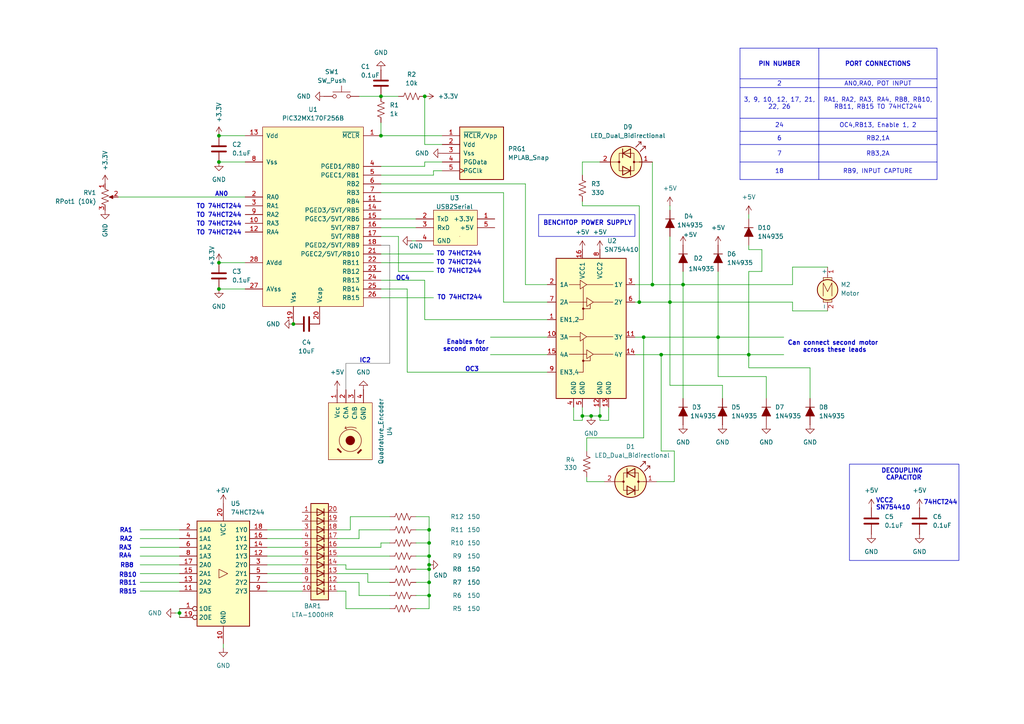
<source format=kicad_sch>
(kicad_sch (version 20250114) (generator "eeschema") (generator_version "9.0")
  (paper "A4")
  (title_block (title "ME218B lab 6 prelab ") (date "2026-01-19") (rev "1") (company "Stanford") (comment 1 "Drafted : karthi24 "))
  (lib_symbols
    (symbol "74xx:74HCT244"
      (property "Reference" "U" (at -7.62 16.51 0))
      (property "Value" "74HCT244" (at -7.62 -16.51 0))
      (symbol "74HCT244_1_0"
        (polyline (pts (xy 1.27 0) (xy -1.27 1.27) (xy -1.27 -1.27) (xy 1.27 0)) (stroke (width 0.1524)))
        (pin input line (at -12.7 12.7 0) (length 5.08) (name "1A0") (number "2"))
        (pin input line (at -12.7 10.16 0) (length 5.08) (name "1A1") (number "4"))
        (pin input line (at -12.7 7.62 0) (length 5.08) (name "1A2") (number "6"))
        (pin input line (at -12.7 5.08 0) (length 5.08) (name "1A3") (number "8"))
        (pin input line (at -12.7 2.54 0) (length 5.08) (name "2A0") (number "17"))
        (pin input line (at -12.7 0 0) (length 5.08) (name "2A1") (number "15"))
        (pin input line (at -12.7 -2.54 0) (length 5.08) (name "2A2") (number "13"))
        (pin input line (at -12.7 -5.08 0) (length 5.08) (name "2A3") (number "11"))
        (pin input inverted (at -12.7 -10.16 0) (length 5.08) (name "1OE") (number "1"))
        (pin input inverted (at -12.7 -12.7 0) (length 5.08) (name "2OE") (number "19"))
        (pin power_in line (at 0 20.32 270) (length 5.08) (name "VCC") (number "20"))
        (pin power_in line (at 0 -20.32 90) (length 5.08) (name "GND") (number "10"))
        (pin tri_state line (at 12.7 12.7 180) (length 5.08) (name "1Y0") (number "18"))
        (pin tri_state line (at 12.7 10.16 180) (length 5.08) (name "1Y1") (number "16"))
        (pin tri_state line (at 12.7 7.62 180) (length 5.08) (name "1Y2") (number "14"))
        (pin tri_state line (at 12.7 5.08 180) (length 5.08) (name "1Y3") (number "12"))
        (pin tri_state line (at 12.7 2.54 180) (length 5.08) (name "2Y0") (number "3"))
        (pin tri_state line (at 12.7 0 180) (length 5.08) (name "2Y1") (number "5"))
        (pin tri_state line (at 12.7 -2.54 180) (length 5.08) (name "2Y2") (number "7"))
        (pin tri_state line (at 12.7 -5.08 180) (length 5.08) (name "2Y3") (number "9"))
      )
      (symbol "74HCT244_1_1"
        (rectangle (start -7.62 15.24) (end 7.62 -15.24) (stroke (width 0.254)) (fill (type background)))
      )
    )
    (symbol "Device:LED_Dual_Bidirectional" (pin_names (offset 0) (hide yes))
      (property "Reference" "D" (at 0 5.715 0))
      (property "Value" "LED_Dual_Bidirectional" (at 0 -6.35 0))
      (symbol "LED_Dual_Bidirectional_0_1"
        (polyline (pts (xy -4.572 0) (xy -2.54 0)))
        (circle (center -2.032 0) (radius 0.254) (fill (type outline)))
        (polyline (pts (xy -2.032 0) (xy -2.54 0)))
        (polyline (pts (xy -1.016 3.81) (xy -1.016 1.27)) (stroke (width 0.254)))
        (polyline (pts (xy -1.016 -1.27) (xy -1.016 -3.81) (xy 1.27 -2.54) (xy -1.016 -1.27)) (stroke (width 0.254)))
        (circle (center 0 0) (radius 4.572) (stroke (width 0.254)) (fill (type background)))
        (polyline (pts (xy 1.27 3.81) (xy 1.27 1.27) (xy -1.016 2.54) (xy 1.27 3.81)) (stroke (width 0.254)))
        (polyline (pts (xy 1.27 -1.27) (xy 1.27 -3.81)) (stroke (width 0.254)))
        (polyline (pts (xy 2.286 2.54) (xy -2.032 2.54) (xy -2.032 -2.54) (xy 2.286 -2.54) (xy 2.286 2.54)))
        (circle (center 2.286 0) (radius 0.254) (fill (type outline)))
        (polyline (pts (xy 2.794 4.318) (xy 4.318 5.842) (xy 3.556 5.842)) (stroke (width 0.2032)))
        (polyline (pts (xy 4.064 3.048) (xy 5.588 4.572) (xy 4.826 4.572)) (stroke (width 0.2032)))
        (polyline (pts (xy 4.064 0) (xy 2.286 0)) (fill (type outline)))
        (polyline (pts (xy 4.318 5.842) (xy 4.318 5.08)) (stroke (width 0.2032)))
        (polyline (pts (xy 5.588 4.572) (xy 5.588 3.81)) (stroke (width 0.2032)))
      )
      (symbol "LED_Dual_Bidirectional_1_1"
        (pin input line (at -7.62 0 0) (length 3.048) (name "AK") (number "2"))
        (pin input line (at 7.62 0 180) (length 3.81) (name "KA") (number "1"))
      )
    )
    (symbol "LED:HDSP-4830_2" (pin_names (offset 1.016) (hide yes))
      (property "Reference" "BAR" (at 0 15.24 0))
      (property "Value" "HDSP-4830_2" (at 0 -17.78 0))
      (symbol "HDSP-4830_2_0_1"
        (rectangle (start -2.54 12.7) (end 2.54 -15.24) (stroke (width 0.254)) (fill (type background)))
        (polyline (pts (xy -2.54 10.16) (xy 2.54 10.16)))
        (polyline (pts (xy -2.54 7.62) (xy 2.54 7.62)))
        (polyline (pts (xy -2.54 5.08) (xy 2.54 5.08)))
        (polyline (pts (xy -2.54 0) (xy 2.54 0)))
        (polyline (pts (xy -2.54 -5.08) (xy 2.54 -5.08)))
        (polyline (pts (xy -2.54 -7.62) (xy 2.54 -7.62)))
        (polyline (pts (xy -2.54 -10.16) (xy 2.54 -10.16)))
        (polyline (pts (xy -2.54 -12.7) (xy 2.54 -12.7)))
        (polyline (pts (xy -0.762 11.176) (xy -0.762 9.144) (xy 1.27 10.16) (xy -0.762 11.176)) (stroke (width 0.254)))
        (polyline (pts (xy -0.762 8.636) (xy -0.762 6.604) (xy 1.27 7.62) (xy -0.762 8.636)) (stroke (width 0.254)))
        (polyline (pts (xy -0.762 6.096) (xy -0.762 4.064) (xy 1.27 5.08) (xy -0.762 6.096)) (stroke (width 0.254)))
        (polyline (pts (xy -0.762 3.556) (xy -0.762 1.524) (xy 1.27 2.54) (xy -0.762 3.556)) (stroke (width 0.254)))
        (polyline (pts (xy -0.762 1.016) (xy -0.762 -1.016) (xy 1.27 0) (xy -0.762 1.016)) (stroke (width 0.254)))
        (polyline (pts (xy -0.762 -1.524) (xy -0.762 -3.556) (xy 1.27 -2.54) (xy -0.762 -1.524)) (stroke (width 0.254)))
        (polyline (pts (xy -0.762 -4.064) (xy -0.762 -6.096) (xy 1.27 -5.08) (xy -0.762 -4.064)) (stroke (width 0.254)))
        (polyline (pts (xy -0.762 -6.604) (xy -0.762 -8.636) (xy 1.27 -7.62) (xy -0.762 -6.604)) (stroke (width 0.254)))
        (polyline (pts (xy -0.762 -9.144) (xy -0.762 -11.176) (xy 1.27 -10.16) (xy -0.762 -9.144)) (stroke (width 0.254)))
        (polyline (pts (xy -0.762 -11.684) (xy -0.762 -13.716) (xy 1.27 -12.7) (xy -0.762 -11.684)) (stroke (width 0.254)))
        (polyline (pts (xy 1.27 11.176) (xy 1.27 9.144)) (stroke (width 0.254)))
        (polyline (pts (xy 1.27 8.636) (xy 1.27 6.604)) (stroke (width 0.254)))
        (polyline (pts (xy 1.27 6.096) (xy 1.27 4.064)) (stroke (width 0.254)))
        (polyline (pts (xy 1.27 3.556) (xy 1.27 1.524)) (stroke (width 0.254)))
        (polyline (pts (xy 1.27 1.016) (xy 1.27 -1.016)) (stroke (width 0.254)))
        (polyline (pts (xy 1.27 -1.524) (xy 1.27 -3.556)) (stroke (width 0.254)))
        (polyline (pts (xy 1.27 -4.064) (xy 1.27 -6.096)) (stroke (width 0.254)))
        (polyline (pts (xy 1.27 -6.604) (xy 1.27 -8.636)) (stroke (width 0.254)))
        (polyline (pts (xy 1.27 -9.144) (xy 1.27 -11.176)) (stroke (width 0.254)))
        (polyline (pts (xy 1.27 -11.684) (xy 1.27 -13.716)) (stroke (width 0.254)))
        (polyline (pts (xy 2.54 2.54) (xy -2.54 2.54)))
        (polyline (pts (xy 2.54 -2.54) (xy -2.54 -2.54)))
      )
      (symbol "HDSP-4830_2_1_1"
        (pin passive line (at -5.08 10.16 0) (length 2.54) (name "A") (number "1"))
        (pin passive line (at -5.08 7.62 0) (length 2.54) (name "A") (number "2"))
        (pin passive line (at -5.08 5.08 0) (length 2.54) (name "A") (number "3"))
        (pin passive line (at -5.08 2.54 0) (length 2.54) (name "A") (number "4"))
        (pin passive line (at -5.08 0 0) (length 2.54) (name "A") (number "5"))
        (pin passive line (at -5.08 -2.54 0) (length 2.54) (name "A") (number "6"))
        (pin passive line (at -5.08 -5.08 0) (length 2.54) (name "A") (number "7"))
        (pin passive line (at -5.08 -7.62 0) (length 2.54) (name "A") (number "8"))
        (pin passive line (at -5.08 -10.16 0) (length 2.54) (name "A") (number "9"))
        (pin passive line (at -5.08 -12.7 0) (length 2.54) (name "A") (number "10"))
        (pin passive line (at 5.08 10.16 180) (length 2.54) (name "K") (number "20"))
        (pin passive line (at 5.08 7.62 180) (length 2.54) (name "K") (number "19"))
        (pin passive line (at 5.08 5.08 180) (length 2.54) (name "K") (number "18"))
        (pin passive line (at 5.08 2.54 180) (length 2.54) (name "K") (number "17"))
        (pin passive line (at 5.08 0 180) (length 2.54) (name "K") (number "16"))
        (pin passive line (at 5.08 -2.54 180) (length 2.54) (name "K") (number "15"))
        (pin passive line (at 5.08 -5.08 180) (length 2.54) (name "K") (number "14"))
        (pin passive line (at 5.08 -7.62 180) (length 2.54) (name "K") (number "13"))
        (pin passive line (at 5.08 -10.16 180) (length 2.54) (name "K") (number "12"))
        (pin passive line (at 5.08 -12.7 180) (length 2.54) (name "K") (number "11"))
      )
    )
    (symbol "me218_library:Cap" (pin_numbers (hide yes)) (pin_names (offset 0.254))
      (property "Reference" "C" (at 0.635 2.54 0))
      (property "Value" "Cap" (at 0.635 -2.54 0))
      (symbol "Cap_0_1"
        (polyline (pts (xy -2.032 0.762) (xy 2.032 0.762)) (stroke (width 0.508)))
        (polyline (pts (xy -2.032 -0.762) (xy 2.032 -0.762)) (stroke (width 0.508)))
      )
      (symbol "Cap_1_1"
        (pin passive line (at 0 3.81 270) (length 2.794) (name "~") (number "1"))
        (pin passive line (at 0 -3.81 90) (length 2.794) (name "~") (number "2"))
      )
    )
    (symbol "me218_library:Diode" (pin_numbers (hide yes)) (pin_names (offset 1.016) (hide yes))
      (property "Reference" "D" (at 0 2.54 0))
      (property "Value" "Diode" (at 0 -2.54 0))
      (symbol "Diode_0_1"
        (polyline (pts (xy -1.27 1.27) (xy -1.27 -1.27)) (stroke (width 0.2032)))
        (polyline (pts (xy 1.27 1.27) (xy 1.27 -1.27) (xy -1.27 0) (xy 1.27 1.27)) (stroke (width 0.2032)) (fill (type outline)))
        (polyline (pts (xy 1.27 0) (xy -1.27 0)))
      )
      (symbol "Diode_1_1"
        (pin passive line (at -3.81 0 0) (length 2.54) (name "K") (number "1"))
        (pin passive line (at 3.81 0 180) (length 2.54) (name "A") (number "2"))
      )
    )
    (symbol "me218_library:L293NE" (pin_names (offset 1.016))
      (property "Reference" "U" (at -5.08 26.035 0))
      (property "Value" "L293NE" (at -5.08 24.13 0))
      (symbol "L293NE_0_1"
        (rectangle (start -10.16 22.86) (end 10.16 -17.78) (stroke (width 0.254)) (fill (type background)))
        (polyline (pts (xy -6.35 15.24) (xy -3.175 15.24)))
        (polyline (pts (xy -6.35 10.16) (xy -1.27 10.16)))
        (polyline (pts (xy -6.35 0.127) (xy -3.175 0.127)))
        (polyline (pts (xy -6.35 -4.953) (xy -1.27 -4.953)))
        (polyline (pts (xy -3.175 16.51) (xy -3.175 13.97) (xy -1.27 15.24) (xy -3.175 16.51)))
        (polyline (pts (xy -3.175 1.397) (xy -3.175 -1.143) (xy -1.27 0.127) (xy -3.175 1.397)))
        (polyline (pts (xy -2.286 14.478) (xy -2.286 5.08) (xy -3.556 5.08)))
        (circle (center -2.286 8.255) (radius 0.254) (fill (type outline)))
        (polyline (pts (xy -2.286 8.255) (xy -0.254 8.255) (xy -0.254 9.525)))
        (polyline (pts (xy -2.286 -0.635) (xy -2.286 -10.16) (xy -3.556 -10.16)))
        (circle (center -2.286 -6.858) (radius 0.254) (fill (type outline)))
        (polyline (pts (xy -2.286 -6.858) (xy -0.254 -6.858) (xy -0.254 -5.588)))
        (polyline (pts (xy -1.27 15.24) (xy 6.35 15.24)))
        (polyline (pts (xy -1.27 11.43) (xy -1.27 8.89) (xy 0.635 10.16) (xy -1.27 11.43)))
        (polyline (pts (xy -1.27 0.127) (xy 6.35 0.127)))
        (polyline (pts (xy -1.27 -3.683) (xy -1.27 -6.223) (xy 0.635 -4.953) (xy -1.27 -3.683)))
        (polyline (pts (xy 0.635 10.16) (xy 6.35 10.16)))
        (polyline (pts (xy 0.635 -4.953) (xy 6.35 -4.953)))
      )
      (symbol "L293NE_1_1"
        (pin input line (at -12.7 15.24 0) (length 2.54) (name "1A") (number "2"))
        (pin input line (at -12.7 10.16 0) (length 2.54) (name "2A") (number "7"))
        (pin input line (at -12.7 5.08 0) (length 2.54) (name "EN1,2") (number "1"))
        (pin input line (at -12.7 0 0) (length 2.54) (name "3A") (number "10"))
        (pin input line (at -12.7 -5.08 0) (length 2.54) (name "4A") (number "15"))
        (pin input line (at -12.7 -10.16 0) (length 2.54) (name "EN3,4") (number "9"))
        (pin power_in line (at -5.08 -20.32 90) (length 2.54) (name "GND") (number "4"))
        (pin power_in line (at -2.54 25.4 270) (length 2.54) (name "VCC1") (number "16"))
        (pin power_in line (at -2.54 -20.32 90) (length 2.54) (name "GND") (number "5"))
        (pin power_in line (at 2.54 25.4 270) (length 2.54) (name "VCC2") (number "8"))
        (pin power_in line (at 2.54 -20.32 90) (length 2.54) (name "GND") (number "12"))
        (pin power_in line (at 5.08 -20.32 90) (length 2.54) (name "GND") (number "13"))
        (pin output line (at 12.7 15.24 180) (length 2.54) (name "1Y") (number "3"))
        (pin output line (at 12.7 10.16 180) (length 2.54) (name "2Y") (number "6"))
        (pin output line (at 12.7 0 180) (length 2.54) (name "3Y") (number "11"))
        (pin output line (at 12.7 -5.08 180) (length 2.54) (name "4Y") (number "14"))
      )
    )
    (symbol "me218_library:MPLAB_Snap" (pin_names (offset 1.016))
      (property "Reference" "PRG" (at 0 8.89 0))
      (property "Value" "MPLAB_Snap" (at 8.89 1.27 90))
      (symbol "MPLAB_Snap_0_1"
        (rectangle (start -6.35 7.62) (end 6.35 -7.62) (stroke (width 0.254)) (fill (type background)))
      )
      (symbol "MPLAB_Snap_1_1"
        (pin output line (at -11.43 5.08 0) (length 5.08) (name "~{MCLR}/Vpp") (number "1"))
        (pin input line (at -11.43 2.54 0) (length 5.08) (name "Vdd") (number "2"))
        (pin input line (at -11.43 0 0) (length 5.08) (name "Vss") (number "3"))
        (pin bidirectional line (at -11.43 -2.54 0) (length 5.08) (name "PGData") (number "4"))
        (pin output clock (at -11.43 -5.08 0) (length 5.08) (name "PGClk") (number "5"))
        (pin no_connect line (at -2.54 -11.43 0) (length 5.08) (hide yes) (name "NC") (number "6"))
        (pin no_connect line (at -2.54 -13.97 0) (length 5.08) (hide yes) (name "NC") (number "7"))
        (pin no_connect line (at -2.54 -16.51 0) (length 5.08) (hide yes) (name "NC") (number "8"))
      )
    )
    (symbol "me218_library:Motor" (pin_names (offset 0))
      (property "Reference" "M" (at 2.54 2.54 0))
      (property "Value" "Motor" (at 2.54 -5.08 0))
      (symbol "Motor_0_0"
        (polyline (pts (xy -1.27 1.27) (xy -1.27 2.032) (xy 1.27 2.032) (xy 1.27 1.27)) (fill (type background)))
        (polyline (pts (xy -1.27 -3.302) (xy -1.27 0.508) (xy 0 -2.032) (xy 1.27 0.508) (xy 1.27 -3.302)))
        (polyline (pts (xy -1.27 -4.318) (xy -1.27 -5.08) (xy 1.27 -5.08) (xy 1.27 -4.318)) (fill (type background)))
        (circle (center 0 -1.524) (radius 2.9718) (stroke (width 0.254)) (fill (type background)))
      )
      (symbol "Motor_0_1"
        (polyline (pts (xy 0 2.032) (xy 0 2.54)))
      )
      (symbol "Motor_1_1"
        (pin passive line (at 0 5.08 270) (length 2.54) (name "+") (number "1"))
        (pin passive line (at 0 -7.62 90) (length 2.54) (name "-") (number "2"))
      )
    )
    (symbol "me218_library:PIC32MX170F256B" (pin_names (offset 1.016))
      (property "Reference" "U" (at -20.32 25.4 0))
      (property "Value" "PIC32MX170F256B" (at -7.62 25.4 0))
      (symbol "PIC32MX170F256B_0_1"
        (rectangle (start -21.59 24.13) (end 7.62 -27.94) (fill (type background)))
      )
      (symbol "PIC32MX170F256B_1_1"
        (pin power_in line (at -26.67 21.59 0) (length 5.08) (name "Vdd") (number "13"))
        (pin power_in line (at -26.67 13.97 0) (length 5.08) (name "Vss") (number "8"))
        (pin bidirectional line (at -26.67 3.81 0) (length 5.08) (name "RA0") (number "2"))
        (pin bidirectional line (at -26.67 1.27 0) (length 5.08) (name "RA1") (number "3"))
        (pin bidirectional line (at -26.67 -1.27 0) (length 5.08) (name "RA2") (number "9"))
        (pin bidirectional line (at -26.67 -3.81 0) (length 5.08) (name "RA3") (number "10"))
        (pin bidirectional line (at -26.67 -6.35 0) (length 5.08) (name "RA4") (number "12"))
        (pin power_in line (at -26.67 -15.24 0) (length 5.08) (name "AVdd") (number "28"))
        (pin power_in line (at -26.67 -22.86 0) (length 5.08) (name "AVss") (number "27"))
        (pin power_in line (at -12.7 -33.02 90) (length 5.08) (name "Vss") (number "19"))
        (pin input line (at -5.08 -33.02 90) (length 5.08) (name "Vcap") (number "20"))
        (pin input line (at 12.7 21.59 180) (length 5.08) (name "~{MCLR}") (number "1"))
        (pin bidirectional line (at 12.7 12.7 180) (length 5.08) (name "PGED1/RB0") (number "4"))
        (pin bidirectional line (at 12.7 10.16 180) (length 5.08) (name "PGEC1/RB1") (number "5"))
        (pin bidirectional line (at 12.7 7.62 180) (length 5.08) (name "RB2") (number "6"))
        (pin bidirectional line (at 12.7 5.08 180) (length 5.08) (name "RB3") (number "7"))
        (pin bidirectional line (at 12.7 2.54 180) (length 5.08) (name "RB4") (number "11"))
        (pin bidirectional line (at 12.7 0 180) (length 5.08) (name "PGED3/5VT/RB5") (number "14"))
        (pin bidirectional line (at 12.7 -2.54 180) (length 5.08) (name "PGEC3/5VT/RB6") (number "15"))
        (pin bidirectional line (at 12.7 -5.08 180) (length 5.08) (name "5VT/RB7") (number "16"))
        (pin bidirectional line (at 12.7 -7.62 180) (length 5.08) (name "5VT/RB8") (number "17"))
        (pin bidirectional line (at 12.7 -10.16 180) (length 5.08) (name "PGED2/5VT/RB9") (number "18"))
        (pin bidirectional line (at 12.7 -12.7 180) (length 5.08) (name "PGEC2/5VT/RB10") (number "21"))
        (pin bidirectional line (at 12.7 -15.24 180) (length 5.08) (name "RB11") (number "22"))
        (pin bidirectional line (at 12.7 -17.78 180) (length 5.08) (name "RB12") (number "23"))
        (pin bidirectional line (at 12.7 -20.32 180) (length 5.08) (name "RB13") (number "24"))
        (pin bidirectional line (at 12.7 -22.86 180) (length 5.08) (name "RB14") (number "25"))
        (pin bidirectional line (at 12.7 -25.4 180) (length 5.08) (name "RB15") (number "26"))
      )
    )
    (symbol "me218_library:Quadrature_Encoder" (pin_names (offset 1.016))
      (property "Reference" "U" (at 0 20.32 0))
      (property "Value" "Quadrature_Encoder" (at 2.54 17.78 0))
      (symbol "Quadrature_Encoder_0_1"
        (rectangle (start -3.81 6.35) (end 12.7 -6.35) (fill (type background)))
        (polyline (pts (xy 3.556 1.524) (xy 3.048 1.27)))
        (polyline (pts (xy 3.556 1.524) (xy 3.81 1.016)))
        (circle (center 7.112 0) (radius 1.27) (fill (type outline)))
        (circle (center 7.112 0) (radius 3.2004))
        (arc (start 3.556 -1.778) (mid 3.2334 -0.127) (end 3.556 1.524))
        (polyline (pts (xy 9.398 3.556) (xy 10.414 2.54) (xy 10.668 2.794) (xy 9.652 3.81) (xy 9.398 3.556)) (fill (type outline)))
        (polyline (pts (xy 9.652 -3.048) (xy 10.668 -2.032) (xy 10.922 -2.286) (xy 9.906 -3.302) (xy 9.652 -3.048)) (fill (type outline)))
        (rectangle (start 12.7 0) (end 12.7 0))
      )
      (symbol "Quadrature_Encoder_1_1"
        (pin power_in line (at -7.62 3.81 0) (length 3.81) (name "Vcc") (number "1"))
        (pin output line (at -7.62 1.27 0) (length 3.81) (name "ChA") (number "2"))
        (pin output line (at -7.62 -1.27 0) (length 3.81) (name "ChB") (number "3"))
        (pin power_in line (at -7.62 -3.81 0) (length 3.81) (name "GND") (number "4"))
      )
    )
    (symbol "me218_library:RPot1" (pin_names (offset 1.016) (hide yes))
      (property "Reference" "RV" (at -4.445 0 90))
      (property "Value" "RPot1" (at -2.54 0 90))
      (symbol "RPot1_0_1"
        (polyline (pts (xy 0 2.54) (xy 0 2.286)))
        (polyline (pts (xy 0 2.286) (xy 1.016 1.905) (xy 0 1.524) (xy -1.016 1.143) (xy 0 0.762)))
        (polyline (pts (xy 0 0.762) (xy 1.016 0.381) (xy 0 0) (xy -1.016 -0.381) (xy 0 -0.762)))
        (polyline (pts (xy 0 -0.762) (xy 1.016 -1.143) (xy 0 -1.524) (xy -1.016 -1.905) (xy 0 -2.286)))
        (polyline (pts (xy 0 -2.286) (xy 0 -2.54)))
        (polyline (pts (xy 1.143 0) (xy 2.286 0.508) (xy 2.286 -0.508) (xy 1.143 0)) (fill (type outline)))
        (polyline (pts (xy 2.54 0) (xy 1.524 0)))
      )
      (symbol "RPot1_1_1"
        (pin passive line (at 0 3.81 270) (length 1.27) (name "1") (number "1"))
        (pin passive line (at 0 -3.81 90) (length 1.27) (name "3") (number "3"))
        (pin passive line (at 3.81 0 180) (length 1.27) (name "2") (number "2"))
      )
    )
    (symbol "me218_library:Res1" (pin_numbers (hide yes)) (pin_names (offset 0))
      (property "Reference" "R" (at 2.54 0 90))
      (property "Value" "Res1" (at -2.54 0 90))
      (symbol "Res1_0_1"
        (polyline (pts (xy 0 2.286) (xy 0 2.54)))
        (polyline (pts (xy 0 2.286) (xy 1.016 1.905) (xy 0 1.524) (xy -1.016 1.143) (xy 0 0.762)))
        (polyline (pts (xy 0 0.762) (xy 1.016 0.381) (xy 0 0) (xy -1.016 -0.381) (xy 0 -0.762)))
        (polyline (pts (xy 0 -0.762) (xy 1.016 -1.143) (xy 0 -1.524) (xy -1.016 -1.905) (xy 0 -2.286)))
        (polyline (pts (xy 0 -2.286) (xy 0 -2.54)))
      )
      (symbol "Res1_1_1"
        (pin passive line (at 0 3.81 270) (length 1.27) (name "~") (number "1"))
        (pin passive line (at 0 -3.81 90) (length 1.27) (name "~") (number "2"))
      )
    )
    (symbol "me218_library:SW_Push" (pin_numbers (hide yes)) (pin_names (offset 1.016) (hide yes))
      (property "Reference" "SW" (at 1.27 2.54 0))
      (property "Value" "SW_Push" (at 0 -1.524 0))
      (symbol "SW_Push_0_1"
        (circle (center -2.032 0) (radius 0.508))
        (polyline (pts (xy 0 1.27) (xy 0 3.048)))
        (circle (center 2.032 0) (radius 0.508))
        (polyline (pts (xy 2.54 1.27) (xy -2.54 1.27)))
        (pin passive line (at -5.08 0 0) (length 2.54) (name "1") (number "1"))
        (pin passive line (at 5.08 0 180) (length 2.54) (name "2") (number "2"))
      )
    )
    (symbol "me218_library:USB2Serial" (pin_names (offset 1.016))
      (property "Reference" "U" (at 0 5.08 0))
      (property "Value" "USB2Serial" (at 0 -8.89 0))
      (symbol "USB2Serial_0_1"
        (rectangle (start -3.81 2.54) (end 8.89 -7.62) (fill (type background)))
        (rectangle (start 3.81 -5.08) (end 3.81 -5.08))
      )
      (symbol "USB2Serial_1_1"
        (pin output line (at -8.89 0 0) (length 5.08) (name "TxD") (number "2"))
        (pin input line (at -8.89 -2.54 0) (length 5.08) (name "RxD") (number "3"))
        (pin power_in line (at -8.89 -6.35 0) (length 5.08) (name "GND") (number "4"))
        (pin power_out line (at 13.97 0 180) (length 5.08) (name "+3.3V") (number "1"))
        (pin power_out line (at 13.97 -2.54 180) (length 5.08) (name "+5V") (number "5"))
      )
    )
    (symbol "power:+3.3V" (power) (pin_numbers (hide yes)) (pin_names (offset 0) (hide yes))
      (property "Value" "+3.3V" (at 0 3.556 0))
      (symbol "+3.3V_0_1"
        (polyline (pts (xy -0.762 1.27) (xy 0 2.54)))
        (polyline (pts (xy 0 2.54) (xy 0.762 1.27)))
        (polyline (pts (xy 0 0) (xy 0 2.54)))
      )
      (symbol "+3.3V_1_1"
        (pin power_in line (at 0 0 90) (length 0) (name "~") (number "1"))
      )
    )
    (symbol "power:+5V" (power) (pin_numbers (hide yes)) (pin_names (offset 0) (hide yes))
      (property "Value" "+5V" (at 0 3.556 0))
      (symbol "+5V_0_1"
        (polyline (pts (xy -0.762 1.27) (xy 0 2.54)))
        (polyline (pts (xy 0 2.54) (xy 0.762 1.27)))
        (polyline (pts (xy 0 0) (xy 0 2.54)))
      )
      (symbol "+5V_1_1"
        (pin power_in line (at 0 0 90) (length 0) (name "~") (number "1"))
      )
    )
    (symbol "power:GND" (power) (pin_numbers (hide yes)) (pin_names (offset 0) (hide yes))
      (property "Value" "GND" (at 0 -3.81 0))
      (symbol "GND_0_1"
        (polyline (pts (xy 0 0) (xy 0 -1.27) (xy 1.27 -1.27) (xy 0 -2.54) (xy -1.27 -1.27) (xy 0 -1.27)))
      )
      (symbol "GND_1_1"
        (pin power_in line (at 0 0 270) (length 0) (name "~") (number "1"))
      )
    )
  )
  (rectangle (start 246.38 134.62) (end 278.13 162.56))
  (rectangle (start 156.21 62.23) (end 184.15 68.58))
  (text "OC3" (at 136.906 107.188 0) (effects (font (size 1.27 1.27) (thickness 0.254) (bold yes))))
  (text "TO 74HCT244 " (at 133.604 78.74 0) (effects (font (size 1.27 1.27) (thickness 0.254) (bold yes))))
  (text "OC4" (at 116.84 80.772 0) (effects (font (size 1.27 1.27) (thickness 0.254) (bold yes))))
  (text "TO 74HCT244 " (at 64.008 59.944 0) (effects (font (size 1.27 1.27) (thickness 0.254) (bold yes))))
  (text "74HCT244" (at 272.796 145.796 0) (effects (font (size 1.27 1.27) (thickness 0.254) (bold yes))))
  (text "VCC2\nSN754410" (at 254 146.304 0) (effects (font (size 1.27 1.27) (thickness 0.254) (bold yes)) (justify left)))
  (text "RB15" (at 37.084 171.704 0) (effects (font (size 1.27 1.27) (thickness 0.254) (bold yes))))
  (text "RA4" (at 36.322 161.29 0) (effects (font (size 1.27 1.27) (thickness 0.254) (bold yes))))
  (text "TO 74HCT244 " (at 133.604 73.66 0) (effects (font (size 1.27 1.27) (thickness 0.254) (bold yes))))
  (text "TO 74HCT244 " (at 133.604 76.2 0) (effects (font (size 1.27 1.27) (thickness 0.254) (bold yes))))
  (text "RB11" (at 37.084 169.164 0) (effects (font (size 1.27 1.27) (thickness 0.254) (bold yes))))
  (text "BENCHTOP POWER SUPPLY" (at 170.434 64.77 0) (effects (font (size 1.27 1.27) (thickness 0.254) (bold yes))))
  (text "TO 74HCT244 " (at 64.008 67.564 0) (effects (font (size 1.27 1.27) (thickness 0.254) (bold yes))))
  (text "RA2" (at 36.576 156.464 0) (effects (font (size 1.27 1.27) (thickness 0.254) (bold yes))))
  (text "Enables for\nsecond motor" (at 135.128 100.33 0) (effects (font (size 1.27 1.27) (thickness 0.254) (bold yes))))
  (text "Can connect second motor \nacross these leads" (at 242.062 100.584 0) (effects (font (size 1.27 1.27) (thickness 0.254) (bold yes))))
  (text "RB10" (at 37.084 166.878 0) (effects (font (size 1.27 1.27) (thickness 0.254) (bold yes))))
  (text "RA3" (at 36.322 159.004 0) (effects (font (size 1.27 1.27) (thickness 0.254) (bold yes))))
  (text "IC2" (at 105.918 104.648 0) (effects (font (size 1.27 1.27) (thickness 0.254) (bold yes))))
  (text "TO 74HCT244 " (at 64.008 62.484 0) (effects (font (size 1.27 1.27) (thickness 0.254) (bold yes))))
  (text "AN0" (at 64.262 56.388 0) (effects (font (size 1.27 1.27) (thickness 0.254) (bold yes))))
  (text "RB8" (at 36.83 164.084 0) (effects (font (size 1.27 1.27) (thickness 0.254) (bold yes))))
  (text "DECOUPLING \nCAPACITOR" (at 262.128 137.668 0) (effects (font (size 1.27 1.27) (thickness 0.254) (bold yes))))
  (text "TO 74HCT244 " (at 133.858 86.36 0) (effects (font (size 1.27 1.27) (thickness 0.254) (bold yes))))
  (text "TO 74HCT244 " (at 64.008 65.024 0) (effects (font (size 1.27 1.27) (thickness 0.254) (bold yes))))
  (text "RA1\n" (at 36.576 153.924 0) (effects (font (size 1.27 1.27) (thickness 0.254) (bold yes))))
  (junction (at 171.45 120.65))
  (junction (at 194.31 87.63))
  (junction (at 124.46 172.72))
  (junction (at 185.42 87.63))
  (junction (at 52.07 177.8))
  (junction (at 124.46 157.48))
  (junction (at 63.5 83.82))
  (junction (at 217.17 102.87))
  (junction (at 186.69 97.79))
  (junction (at 63.5 39.37))
  (junction (at 168.91 120.65))
  (junction (at 173.99 120.65))
  (junction (at 124.46 153.67))
  (junction (at 123.19 27.94))
  (junction (at 63.5 76.2))
  (junction (at 110.49 27.94))
  (junction (at 198.12 82.55))
  (junction (at 124.46 163.83))
  (junction (at 124.46 168.91))
  (junction (at 208.28 97.79))
  (junction (at 110.49 39.37))
  (junction (at 189.23 82.55))
  (junction (at 85.09 93.98))
  (junction (at 124.46 161.29))
  (junction (at 191.77 102.87))
  (junction (at 124.46 165.1))
  (junction (at 63.5 46.99))
  (wire (pts (xy 170.18 139.7) (xy 170.18 138.43)))
  (wire (pts (xy 166.37 121.92) (xy 166.37 118.11)))
  (wire (pts (xy 110.49 48.26) (xy 123.19 48.26)))
  (wire (pts (xy 124.46 153.67) (xy 124.46 149.86)))
  (wire (pts (xy 110.49 76.2) (xy 125.73 76.2)))
  (wire (pts (xy 64.77 186.69) (xy 64.77 187.96)))
  (wire (pts (xy 110.49 35.56) (xy 110.49 39.37)))
  (wire (pts (xy 123.19 41.91) (xy 128.27 41.91)))
  (wire (pts (xy 97.79 163.83) (xy 100.33 163.83)))
  (wire (pts (xy 63.5 83.82) (xy 71.12 83.82)))
  (wire (pts (xy 104.14 27.94) (xy 110.49 27.94)))
  (wire (pts (xy 123.19 81.28) (xy 123.19 92.71)))
  (wire (pts (xy 110.49 83.82) (xy 118.11 83.82)))
  (wire (pts (xy 185.42 59.69) (xy 168.91 59.69)))
  (wire (pts (xy 97.79 158.75) (xy 110.49 158.75)))
  (wire (pts (xy 110.49 55.88) (xy 146.05 55.88)))
  (wire (pts (xy 97.79 161.29) (xy 113.03 161.29)))
  (wire (pts (xy 229.87 77.47) (xy 240.03 77.47)))
  (wire (pts (xy 229.87 90.17) (xy 229.87 87.63)))
  (wire (pts (xy 52.07 177.8) (xy 52.07 176.53)))
  (wire (pts (xy 110.49 27.94) (xy 115.57 27.94)))
  (wire (pts (xy 110.49 63.5) (xy 120.65 63.5)))
  (wire (pts (xy 185.42 87.63) (xy 185.42 59.69)))
  (wire (pts (xy 100.33 105.41) (xy 113.03 105.41)) (stroke (width 0.0635) (color 0 0 0 1)))
  (wire (pts (xy 194.31 111.76) (xy 209.55 111.76)))
  (wire (pts (xy 194.31 87.63) (xy 229.87 87.63)))
  (wire (pts (xy 110.49 157.48) (xy 113.03 157.48)))
  (wire (pts (xy 124.46 161.29) (xy 124.46 157.48)))
  (wire (pts (xy 110.49 68.58) (xy 115.57 68.58)))
  (wire (pts (xy 120.65 69.85) (xy 119.38 69.85)))
  (wire (pts (xy 40.64 158.75) (xy 52.07 158.75)))
  (wire (pts (xy 227.33 97.79) (xy 208.28 97.79)))
  (wire (pts (xy 189.23 46.99) (xy 189.23 82.55)))
  (wire (pts (xy 146.05 55.88) (xy 146.05 87.63)))
  (wire (pts (xy 191.77 102.87) (xy 191.77 130.81)))
  (wire (pts (xy 101.6 153.67) (xy 101.6 149.86)))
  (wire (pts (xy 120.65 157.48) (xy 124.46 157.48)))
  (wire (pts (xy 194.31 60.96) (xy 194.31 59.69)))
  (wire (pts (xy 104.14 168.91) (xy 97.79 168.91)))
  (wire (pts (xy 194.31 68.58) (xy 194.31 87.63)))
  (wire (pts (xy 152.4 53.34) (xy 152.4 82.55)))
  (wire (pts (xy 198.12 82.55) (xy 229.87 82.55)))
  (wire (pts (xy 106.68 168.91) (xy 106.68 166.37)))
  (wire (pts (xy 40.64 163.83) (xy 52.07 163.83)))
  (wire (pts (xy 118.11 83.82) (xy 118.11 107.95)))
  (wire (pts (xy 234.95 106.68) (xy 217.17 106.68)))
  (wire (pts (xy 124.46 163.83) (xy 124.46 165.1)))
  (wire (pts (xy 123.19 27.94) (xy 123.19 41.91)))
  (wire (pts (xy 110.49 158.75) (xy 110.49 157.48)))
  (wire (pts (xy 100.33 171.45) (xy 97.79 171.45)))
  (wire (pts (xy 120.65 165.1) (xy 124.46 165.1)))
  (wire (pts (xy 40.64 156.21) (xy 52.07 156.21)))
  (wire (pts (xy 170.18 127) (xy 186.69 127)))
  (wire (pts (xy 124.46 157.48) (xy 124.46 153.67)))
  (wire (pts (xy 104.14 153.67) (xy 104.14 156.21)))
  (wire (pts (xy 168.91 46.99) (xy 168.91 50.8)))
  (wire (pts (xy 222.25 115.57) (xy 222.25 109.22)))
  (wire (pts (xy 120.65 168.91) (xy 124.46 168.91)))
  (wire (pts (xy 123.19 46.99) (xy 128.27 46.99)))
  (wire (pts (xy 195.58 130.81) (xy 195.58 139.7)))
  (wire (pts (xy 63.5 39.37) (xy 71.12 39.37)))
  (wire (pts (xy 77.47 158.75) (xy 87.63 158.75)))
  (wire (pts (xy 191.77 130.81) (xy 195.58 130.81)))
  (wire (pts (xy 184.15 97.79) (xy 186.69 97.79)))
  (wire (pts (xy 110.49 73.66) (xy 125.73 73.66)))
  (wire (pts (xy 124.46 149.86) (xy 120.65 149.86)))
  (wire (pts (xy 113.03 71.12) (xy 113.03 105.41)) (stroke (width 0.0635) (color 0 0 0 1)))
  (wire (pts (xy 120.65 176.53) (xy 124.46 176.53)))
  (wire (pts (xy 217.17 72.39) (xy 217.17 71.12)))
  (wire (pts (xy 166.37 121.92) (xy 168.91 121.92)))
  (wire (pts (xy 124.46 165.1) (xy 124.46 168.91)))
  (wire (pts (xy 198.12 78.74) (xy 198.12 82.55)))
  (wire (pts (xy 125.73 50.8) (xy 125.73 49.53)))
  (wire (pts (xy 63.5 76.2) (xy 71.12 76.2)))
  (wire (pts (xy 189.23 82.55) (xy 198.12 82.55)))
  (wire (pts (xy 168.91 46.99) (xy 173.99 46.99)))
  (wire (pts (xy 120.65 161.29) (xy 124.46 161.29)))
  (wire (pts (xy 77.47 161.29) (xy 87.63 161.29)))
  (wire (pts (xy 113.03 71.12) (xy 110.49 71.12)) (stroke (width 0.0635) (color 0 0 0 1)))
  (wire (pts (xy 77.47 163.83) (xy 87.63 163.83)))
  (wire (pts (xy 50.8 177.8) (xy 52.07 177.8)))
  (wire (pts (xy 186.69 97.79) (xy 186.69 127)))
  (wire (pts (xy 142.24 102.87) (xy 158.75 102.87)))
  (wire (pts (xy 115.57 68.58) (xy 115.57 78.74)))
  (wire (pts (xy 118.11 107.95) (xy 158.75 107.95)))
  (wire (pts (xy 208.28 78.74) (xy 208.28 97.79)))
  (wire (pts (xy 217.17 78.74) (xy 220.98 78.74)))
  (wire (pts (xy 217.17 102.87) (xy 217.17 78.74)))
  (wire (pts (xy 146.05 87.63) (xy 158.75 87.63)))
  (wire (pts (xy 40.64 171.45) (xy 52.07 171.45)))
  (wire (pts (xy 170.18 130.81) (xy 170.18 127)))
  (wire (pts (xy 124.46 168.91) (xy 124.46 172.72)))
  (wire (pts (xy 168.91 118.11) (xy 168.91 120.65)))
  (wire (pts (xy 217.17 63.5) (xy 217.17 62.23)))
  (wire (pts (xy 104.14 156.21) (xy 97.79 156.21)))
  (wire (pts (xy 97.79 166.37) (xy 106.68 166.37)))
  (wire (pts (xy 100.33 113.03) (xy 100.33 105.41)) (stroke (width 0.0635) (color 0 0 0 1)))
  (wire (pts (xy 77.47 166.37) (xy 87.63 166.37)))
  (wire (pts (xy 217.17 106.68) (xy 217.17 102.87)))
  (wire (pts (xy 185.42 87.63) (xy 194.31 87.63)))
  (wire (pts (xy 168.91 120.65) (xy 171.45 120.65)))
  (wire (pts (xy 123.19 48.26) (xy 123.19 46.99)))
  (wire (pts (xy 124.46 163.83) (xy 124.46 161.29)))
  (wire (pts (xy 229.87 82.55) (xy 229.87 77.47)))
  (wire (pts (xy 194.31 87.63) (xy 194.31 111.76)))
  (wire (pts (xy 100.33 176.53) (xy 100.33 171.45)))
  (wire (pts (xy 34.29 57.15) (xy 71.12 57.15)))
  (wire (pts (xy 222.25 109.22) (xy 208.28 109.22)))
  (wire (pts (xy 208.28 109.22) (xy 208.28 97.79)))
  (wire (pts (xy 220.98 72.39) (xy 220.98 78.74)))
  (wire (pts (xy 110.49 66.04) (xy 120.65 66.04)))
  (wire (pts (xy 217.17 102.87) (xy 191.77 102.87)))
  (wire (pts (xy 120.65 172.72) (xy 124.46 172.72)))
  (wire (pts (xy 77.47 153.67) (xy 87.63 153.67)))
  (wire (pts (xy 209.55 111.76) (xy 209.55 115.57)))
  (wire (pts (xy 220.98 72.39) (xy 217.17 72.39)))
  (wire (pts (xy 87.63 171.45) (xy 77.47 171.45)))
  (wire (pts (xy 184.15 87.63) (xy 185.42 87.63)))
  (wire (pts (xy 120.65 153.67) (xy 124.46 153.67)))
  (wire (pts (xy 195.58 139.7) (xy 190.5 139.7)))
  (wire (pts (xy 124.46 172.72) (xy 124.46 176.53)))
  (wire (pts (xy 113.03 172.72) (xy 104.14 172.72)))
  (wire (pts (xy 173.99 120.65) (xy 173.99 121.92)))
  (wire (pts (xy 101.6 149.86) (xy 113.03 149.86)))
  (wire (pts (xy 176.53 118.11) (xy 176.53 121.92)))
  (wire (pts (xy 175.26 139.7) (xy 170.18 139.7)))
  (wire (pts (xy 227.33 102.87) (xy 217.17 102.87)))
  (wire (pts (xy 184.15 82.55) (xy 189.23 82.55)))
  (wire (pts (xy 100.33 165.1) (xy 113.03 165.1)))
  (wire (pts (xy 40.64 166.37) (xy 52.07 166.37)))
  (wire (pts (xy 106.68 168.91) (xy 113.03 168.91)))
  (wire (pts (xy 110.49 53.34) (xy 152.4 53.34)))
  (wire (pts (xy 110.49 86.36) (xy 125.73 86.36)))
  (wire (pts (xy 110.49 39.37) (xy 128.27 39.37)))
  (wire (pts (xy 176.53 121.92) (xy 173.99 121.92)))
  (wire (pts (xy 100.33 165.1) (xy 100.33 163.83)))
  (wire (pts (xy 52.07 177.8) (xy 52.07 179.07)))
  (wire (pts (xy 186.69 97.79) (xy 208.28 97.79)))
  (wire (pts (xy 234.95 115.57) (xy 234.95 106.68)))
  (wire (pts (xy 125.73 49.53) (xy 128.27 49.53)))
  (wire (pts (xy 113.03 153.67) (xy 104.14 153.67)))
  (wire (pts (xy 110.49 81.28) (xy 123.19 81.28)))
  (wire (pts (xy 97.79 153.67) (xy 101.6 153.67)))
  (wire (pts (xy 40.64 168.91) (xy 52.07 168.91)))
  (wire (pts (xy 115.57 78.74) (xy 125.73 78.74)))
  (wire (pts (xy 77.47 156.21) (xy 87.63 156.21)))
  (wire (pts (xy 152.4 82.55) (xy 158.75 82.55)))
  (wire (pts (xy 173.99 120.65) (xy 171.45 120.65)))
  (wire (pts (xy 168.91 120.65) (xy 168.91 121.92)))
  (wire (pts (xy 198.12 82.55) (xy 198.12 115.57)))
  (wire (pts (xy 142.24 97.79) (xy 158.75 97.79)))
  (wire (pts (xy 173.99 118.11) (xy 173.99 120.65)))
  (wire (pts (xy 40.64 153.67) (xy 52.07 153.67)))
  (wire (pts (xy 168.91 58.42) (xy 168.91 59.69)))
  (wire (pts (xy 100.33 176.53) (xy 113.03 176.53)))
  (wire (pts (xy 104.14 172.72) (xy 104.14 168.91)))
  (wire (pts (xy 110.49 50.8) (xy 125.73 50.8)))
  (wire (pts (xy 184.15 102.87) (xy 191.77 102.87)))
  (wire (pts (xy 240.03 90.17) (xy 229.87 90.17)))
  (wire (pts (xy 77.47 168.91) (xy 87.63 168.91)))
  (wire (pts (xy 40.64 161.29) (xy 52.07 161.29)))
  (wire (pts (xy 123.19 92.71) (xy 158.75 92.71)))
  (wire (pts (xy 63.5 46.99) (xy 71.12 46.99)))
  (table (column_count 2) (border (external yes) (header yes)) (separators (rows yes) (cols yes)) (column_widths 22.86 34.29) (row_heights 8.89 2.54 8.89 3.81 3.81 5.08 5.08) (cells (table_cell "PIN NUMBER" (at 214.63 13.97 0) (size 22.86 8.89) (margins 0.9525 0.9525 0.9525 0.9525) (span 1 1)) (table_cell "PORT CONNECTIONS" (at 237.49 13.97 0) (size 34.29 8.89) (margins 0.9525 0.9525 0.9525 0.9525) (span 1 1)) (table_cell "2" (at 214.63 22.86 0) (size 22.86 2.54) (margins 0.9525 0.9525 0.9525 0.9525) (span 1 1)) (table_cell "AN0,RA0, POT INPUT" (at 237.49 22.86 0) (size 34.29 2.54) (margins 0.9525 0.9525 0.9525 0.9525) (span 1 1)) (table_cell "3, 9, 10, 12, 17, 21, 22, 26" (at 214.63 25.4 0) (size 22.86 8.89) (margins 0.9525 0.9525 0.9525 0.9525) (span 1 1)) (table_cell "RA1, RA2, RA3, RA4, RB8, RB10, RB11, RB15 TO 74HCT244" (at 237.49 25.4 0) (size 34.29 8.89) (margins 0.9525 0.9525 0.9525 0.9525) (span 1 1)) (table_cell "24" (at 214.63 34.29 0) (size 22.86 3.81) (margins 0.9525 0.9525 0.9525 0.9525) (span 1 1)) (table_cell "OC4,RB13, Enable 1, 2" (at 237.49 34.29 0) (size 34.29 3.81) (margins 0.9525 0.9525 0.9525 0.9525) (span 1 1)) (table_cell "6" (at 214.63 38.1 0) (size 22.86 3.81) (margins 0.9525 0.9525 0.9525 0.9525) (span 1 1)) (table_cell "RB2,1A" (at 237.49 38.1 0) (size 34.29 3.81) (margins 0.9525 0.9525 0.9525 0.9525) (span 1 1)) (table_cell "7" (at 214.63 41.91 0) (size 22.86 5.08) (margins 0.9525 0.9525 0.9525 0.9525) (span 1 1)) (table_cell "RB3,2A" (at 237.49 41.91 0) (size 34.29 5.08) (margins 0.9525 0.9525 0.9525 0.9525) (span 1 1)) (table_cell "18" (at 214.63 46.99 0) (size 22.86 5.08) (margins 0.9525 0.9525 0.9525 0.9525) (span 1 1)) (table_cell "RB9, INPUT CAPTURE" (at 237.49 46.99 0) (size 34.29 5.08) (margins 0.9525 0.9525 0.9525 0.9525) (span 1 1))))
  (symbol (lib_id "LED:HDSP-4830_2") (at 92.71 158.75 0) (unit 1)
    (property "Reference" "BAR1" (at 90.678 175.768 0))
    (property "Value" "LTA-1000HR" (at 90.678 178.308 0))
    (property "Footprint" "Display:HDSP-4830" (effects (hide yes)))
    (property "Datasheet" "https://docs.broadcom.com/docs/AV02-1798EN" (effects (hide yes)))
    (property "Description" "BAR GRAPH 10 segment block, high efficiency red" (effects (hide yes)))
  )
  (symbol (lib_id "power:GND") (at 198.12 123.19 0) (unit 1)
    (property "Reference" "#PWR016" (effects (hide yes)))
    (property "Value" "GND" (at 198.12 128.27 0))
    (property "Description" "Power symbol creates a global label with name \"GND\" , ground" (effects (hide yes)))
  )
  (symbol (lib_id "power:GND") (at 30.48 60.96 0) (unit 1)
    (property "Reference" "#PWR09" (effects (hide yes)))
    (property "Value" "GND" (at 30.4799 64.77 90) (effects (justify right)))
    (property "Description" "Power symbol creates a global label with name \"GND\" , ground" (effects (hide yes)))
  )
  (symbol (lib_id "me218_library:Diode") (at 209.55 119.38 270) (unit 1)
    (property "Reference" "D5" (at 212.09 118.1099 90) (effects (justify left)))
    (property "Value" "1N4935" (at 212.09 120.6499 90) (effects (justify left)))
  )
  (symbol (lib_id "me218_library:USB2Serial") (at 129.54 63.5 0) (unit 1)
    (property "Reference" "U3" (at 131.826 57.404 0))
    (property "Value" "USB2Serial" (at 131.826 59.944 0))
  )
  (symbol (lib_id "power:GND") (at 110.49 20.32 180) (unit 1)
    (property "Reference" "#PWR03" (effects (hide yes)))
    (property "Value" "GND" (at 110.49 15.24 0))
    (property "Description" "Power symbol creates a global label with name \"GND\" , ground" (effects (hide yes)))
  )
  (symbol (lib_id "power:+3.3V") (at 30.48 53.34 0) (unit 1)
    (property "Reference" "#PWR010" (effects (hide yes)))
    (property "Value" "+3.3V" (at 30.4799 49.53 90) (effects (justify left)))
    (property "Description" "Power symbol creates a global label with name \"+3.3V\"" (effects (hide yes)))
  )
  (symbol (lib_id "me218_library:Res1") (at 119.38 27.94 90) (unit 1)
    (property "Reference" "R2" (at 119.38 21.59 90))
    (property "Value" "10k" (at 119.38 24.13 90))
  )
  (symbol (lib_id "power:GND") (at 63.5 83.82 0) (unit 1)
    (property "Reference" "#PWR06" (effects (hide yes)))
    (property "Value" "GND" (at 63.5 88.9 0))
    (property "Description" "Power symbol creates a global label with name \"GND\" , ground" (effects (hide yes)))
  )
  (symbol (lib_id "me218_library:Res1") (at 110.49 31.75 0) (unit 1)
    (property "Reference" "R1" (at 113.03 30.4799 0) (effects (justify left)))
    (property "Value" "1k" (at 113.03 33.0199 0) (effects (justify left)))
  )
  (symbol (lib_id "power:+5V") (at 64.77 146.05 0) (unit 1)
    (property "Reference" "#PWR031" (effects (hide yes)))
    (property "Value" "+5V" (at 64.516 142.24 0))
    (property "Description" "Power symbol creates a global label with name \"+5V\"" (effects (hide yes)))
  )
  (symbol (lib_id "me218_library:Quadrature_Encoder") (at 101.6 120.65 90) (mirror x) (unit 1)
    (property "Reference" "U4" (at 113.03 125.095 0))
    (property "Value" "Quadrature_Encoder" (at 110.49 125.095 0))
  )
  (symbol (lib_id "power:GND") (at 209.55 123.19 0) (unit 1)
    (property "Reference" "#PWR018" (effects (hide yes)))
    (property "Value" "GND" (at 209.55 128.27 0))
    (property "Description" "Power symbol creates a global label with name \"GND\" , ground" (effects (hide yes)))
  )
  (symbol (lib_id "power:GND") (at 93.98 27.94 270) (unit 1)
    (property "Reference" "#PWR02" (effects (hide yes)))
    (property "Value" "GND" (at 90.17 27.9399 90) (effects (justify right)))
    (property "Description" "Power symbol creates a global label with name \"GND\" , ground" (effects (hide yes)))
  )
  (symbol (lib_id "power:GND") (at 266.7 154.94 0) (unit 1)
    (property "Reference" "#PWR033" (effects (hide yes)))
    (property "Value" "GND" (at 266.7 160.02 0))
    (property "Description" "Power symbol creates a global label with name \"GND\" , ground" (effects (hide yes)))
  )
  (symbol (lib_id "me218_library:Res1") (at 116.84 161.29 90) (unit 1)
    (property "Reference" "R9" (at 132.588 161.29 90))
    (property "Value" "150" (at 137.414 161.29 90))
  )
  (symbol (lib_id "power:+5V") (at 252.73 147.32 0) (unit 1)
    (property "Reference" "#PWR025" (effects (hide yes)))
    (property "Value" "+5V" (at 252.73 142.24 0))
    (property "Description" "Power symbol creates a global label with name \"+5V\"" (effects (hide yes)))
  )
  (symbol (lib_id "power:GND") (at 64.77 187.96 0) (unit 1)
    (property "Reference" "#PWR029" (effects (hide yes)))
    (property "Value" "GND" (at 64.77 193.04 0))
    (property "Description" "Power symbol creates a global label with name \"GND\" , ground" (effects (hide yes)))
  )
  (symbol (lib_id "power:GND") (at 85.09 93.98 270) (unit 1)
    (property "Reference" "#PWR07" (effects (hide yes)))
    (property "Value" "GND" (at 81.28 93.9799 90) (effects (justify right)))
    (property "Description" "Power symbol creates a global label with name \"GND\" , ground" (effects (hide yes)))
  )
  (symbol (lib_id "power:GND") (at 234.95 123.19 0) (unit 1)
    (property "Reference" "#PWR021" (effects (hide yes)))
    (property "Value" "GND" (at 234.95 128.27 0))
    (property "Description" "Power symbol creates a global label with name \"GND\" , ground" (effects (hide yes)))
  )
  (symbol (lib_id "power:+3.3V") (at 63.5 39.37 0) (unit 1)
    (property "Reference" "#PWR011" (effects (hide yes)))
    (property "Value" "+3.3V" (at 63.4999 35.56 90) (effects (justify left)))
    (property "Description" "Power symbol creates a global label with name \"+3.3V\"" (effects (hide yes)))
  )
  (symbol (lib_id "me218_library:Diode") (at 222.25 119.38 270) (unit 1)
    (property "Reference" "D7" (at 224.79 118.1099 90) (effects (justify left)))
    (property "Value" "1N4935" (at 224.79 120.6499 90) (effects (justify left)))
  )
  (symbol (lib_id "me218_library:Cap") (at 88.9 93.98 90) (unit 1)
    (property "Reference" "C4" (at 88.9 99.314 90))
    (property "Value" "10uF" (at 88.9 101.854 90))
  )
  (symbol (lib_id "me218_library:L293NE") (at 171.45 97.79 0) (unit 1)
    (property "Reference" "U2" (at 176.1333 69.85 0) (effects (justify left)))
    (property "Value" "SN754410" (at 175.26 72.39 0) (effects (justify left)))
    (property "Footprint" "Package_DIP:DIP-16_W7.62mm" (effects (hide yes)))
  )
  (symbol (lib_id "power:+5V") (at 198.12 71.12 0) (unit 1)
    (property "Reference" "#PWR015" (effects (hide yes)))
    (property "Value" "+5V" (at 200.152 68.072 0))
    (property "Description" "Power symbol creates a global label with name \"+5V\"" (effects (hide yes)))
  )
  (symbol (lib_id "me218_library:Cap") (at 252.73 151.13 0) (unit 1)
    (property "Reference" "C5" (at 256.54 149.8599 0) (effects (justify left)))
    (property "Value" "0.1uF" (at 256.54 152.3999 0) (effects (justify left)))
  )
  (symbol (lib_id "me218_library:Diode") (at 198.12 74.93 270) (unit 1)
    (property "Reference" "D2" (at 201.168 74.93 90) (effects (justify left)))
    (property "Value" "1N4935" (at 199.644 77.978 90) (effects (justify left)))
  )
  (symbol (lib_id "power:GND") (at 50.8 177.8 270) (unit 1)
    (property "Reference" "#PWR030" (effects (hide yes)))
    (property "Value" "GND" (at 46.99 177.7999 90) (effects (justify right)))
    (property "Description" "Power symbol creates a global label with name \"GND\" , ground" (effects (hide yes)))
  )
  (symbol (lib_id "me218_library:RPot1") (at 30.48 57.15 0) (unit 1)
    (property "Reference" "RV1" (at 27.94 55.8799 0) (effects (justify right)))
    (property "Value" "RPot1 (10k)" (at 27.94 58.4199 0) (effects (justify right)))
  )
  (symbol (lib_id "power:GND") (at 119.38 69.85 270) (unit 1)
    (property "Reference" "#PWR08" (effects (hide yes)))
    (property "Value" "GND" (at 122.682 71.374 90) (effects (justify right)))
    (property "Description" "Power symbol creates a global label with name \"GND\" , ground" (effects (hide yes)))
  )
  (symbol (lib_id "me218_library:Res1") (at 116.84 168.91 90) (unit 1)
    (property "Reference" "R7" (at 132.588 168.91 90))
    (property "Value" "150" (at 137.414 168.91 90))
  )
  (symbol (lib_id "me218_library:Res1") (at 116.84 153.67 90) (unit 1)
    (property "Reference" "R11" (at 132.588 153.67 90))
    (property "Value" "150" (at 137.414 153.67 90))
  )
  (symbol (lib_id "power:GND") (at 252.73 154.94 0) (unit 1)
    (property "Reference" "#PWR024" (effects (hide yes)))
    (property "Value" "GND" (at 252.73 160.02 0))
    (property "Description" "Power symbol creates a global label with name \"GND\" , ground" (effects (hide yes)))
  )
  (symbol (lib_id "me218_library:PIC32MX170F256B") (at 97.79 60.96 0) (unit 1)
    (property "Reference" "U1" (at 90.805 31.75 0))
    (property "Value" "PIC32MX170F256B" (at 90.805 34.29 0))
  )
  (symbol (lib_id "power:+3.3V") (at 123.19 27.94 270) (unit 1)
    (property "Reference" "#PWR01" (effects (hide yes)))
    (property "Value" "+3.3V" (at 127 27.9399 90) (effects (justify left)))
    (property "Description" "Power symbol creates a global label with name \"+3.3V\"" (effects (hide yes)))
  )
  (symbol (lib_id "power:+5V") (at 173.99 72.39 0) (unit 1)
    (property "Reference" "#PWR014" (effects (hide yes)))
    (property "Value" "+5V" (at 173.99 67.31 0))
    (property "Description" "Power symbol creates a global label with name \"+5V\"" (effects (hide yes)))
  )
  (symbol (lib_id "power:GND") (at 63.5 46.99 0) (unit 1)
    (property "Reference" "#PWR05" (effects (hide yes)))
    (property "Value" "GND" (at 63.5 52.07 0))
    (property "Description" "Power symbol creates a global label with name \"GND\" , ground" (effects (hide yes)))
  )
  (symbol (lib_id "Device:LED_Dual_Bidirectional") (at 181.61 46.99 0) (unit 1)
    (property "Reference" "D9" (at 182.1053 36.83 0))
    (property "Value" "LED_Dual_Bidirectional" (at 182.1053 39.37 0))
    (property "Description" "Dual LED, bidirectional" (effects (hide yes)))
  )
  (symbol (lib_id "power:+5V") (at 208.28 71.12 0) (unit 1)
    (property "Reference" "#PWR019" (effects (hide yes)))
    (property "Value" "+5V" (at 208.28 66.04 0))
    (property "Description" "Power symbol creates a global label with name \"+5V\"" (effects (hide yes)))
  )
  (symbol (lib_id "power:+3.3V") (at 63.5 76.2 0) (unit 1)
    (property "Reference" "#PWR012" (effects (hide yes)))
    (property "Value" "+3.3V" (at 61.468 77.216 90) (effects (justify left)))
    (property "Description" "Power symbol creates a global label with name \"+3.3V\"" (effects (hide yes)))
  )
  (symbol (lib_id "power:GND") (at 124.46 163.83 90) (unit 1)
    (property "Reference" "#PWR028" (effects (hide yes)))
    (property "Value" "GND" (at 125.73 166.878 90) (effects (justify right)))
    (property "Description" "Power symbol creates a global label with name \"GND\" , ground" (effects (hide yes)))
  )
  (symbol (lib_id "me218_library:Diode") (at 198.12 119.38 270) (unit 1)
    (property "Reference" "D3" (at 200.66 118.1099 90) (effects (justify left)))
    (property "Value" "1N4935" (at 200.152 120.65 90) (effects (justify left)))
  )
  (symbol (lib_id "me218_library:Cap") (at 266.7 151.13 0) (unit 1)
    (property "Reference" "C6" (at 270.51 149.8599 0) (effects (justify left)))
    (property "Value" "0.1uF" (at 270.51 152.3999 0) (effects (justify left)))
  )
  (symbol (lib_id "power:+5V") (at 217.17 62.23 0) (unit 1)
    (property "Reference" "#PWR022" (effects (hide yes)))
    (property "Value" "+5V" (at 217.17 57.15 0))
    (property "Description" "Power symbol creates a global label with name \"+5V\"" (effects (hide yes)))
  )
  (symbol (lib_id "power:GND") (at 128.27 44.45 270) (unit 1)
    (property "Reference" "#PWR04" (effects (hide yes)))
    (property "Value" "GND" (at 124.46 44.4499 90) (effects (justify right)))
    (property "Description" "Power symbol creates a global label with name \"GND\" , ground" (effects (hide yes)))
  )
  (symbol (lib_id "me218_library:Diode") (at 208.28 74.93 270) (unit 1)
    (property "Reference" "D6" (at 210.82 73.6599 90) (effects (justify left)))
    (property "Value" "1N4935" (at 210.82 76.1999 90) (effects (justify left)))
  )
  (symbol (lib_id "me218_library:Res1") (at 116.84 157.48 90) (unit 1)
    (property "Reference" "R10" (at 132.588 157.48 90))
    (property "Value" "150" (at 137.414 157.48 90))
  )
  (symbol (lib_id "me218_library:Cap") (at 110.49 24.13 0) (unit 1)
    (property "Reference" "C1" (at 104.648 19.304 0) (effects (justify left)))
    (property "Value" "0.1uF" (at 104.648 21.844 0) (effects (justify left)))
  )
  (symbol (lib_id "me218_library:Res1") (at 116.84 176.53 90) (unit 1)
    (property "Reference" "R5" (at 132.588 176.53 90))
    (property "Value" "150" (at 137.414 176.53 90))
  )
  (symbol (lib_id "me218_library:Res1") (at 116.84 149.86 90) (unit 1)
    (property "Reference" "R12" (at 132.588 149.86 90))
    (property "Value" "150" (at 137.414 149.86 90))
  )
  (symbol (lib_id "power:GND") (at 171.45 120.65 0) (unit 1)
    (property "Reference" "#PWR023" (effects (hide yes)))
    (property "Value" "GND" (at 171.45 125.73 0))
    (property "Description" "Power symbol creates a global label with name \"GND\" , ground" (effects (hide yes)))
  )
  (symbol (lib_id "me218_library:Diode") (at 194.31 64.77 270) (unit 1)
    (property "Reference" "D4" (at 198.374 62.738 90) (effects (justify left)))
    (property "Value" "1N4935" (at 196.342 65.278 90) (effects (justify left)))
  )
  (symbol (lib_id "me218_library:Res1") (at 170.18 134.62 0) (unit 1)
    (property "Reference" "R4" (at 164.084 133.35 0) (effects (justify left)))
    (property "Value" "330" (at 163.576 135.636 0) (effects (justify left)))
  )
  (symbol (lib_id "power:GND") (at 105.41 113.03 180) (unit 1)
    (property "Reference" "#PWR026" (effects (hide yes)))
    (property "Value" "GND" (at 105.41 107.95 0))
    (property "Description" "Power symbol creates a global label with name \"GND\" , ground" (effects (hide yes)))
  )
  (symbol (lib_id "me218_library:SW_Push") (at 99.06 27.94 0) (unit 1)
    (property "Reference" "SW1" (at 96.266 20.828 0))
    (property "Value" "SW_Push" (at 96.266 23.368 0))
  )
  (symbol (lib_id "power:GND") (at 222.25 123.19 0) (unit 1)
    (property "Reference" "#PWR020" (effects (hide yes)))
    (property "Value" "GND" (at 222.25 128.27 0))
    (property "Description" "Power symbol creates a global label with name \"GND\" , ground" (effects (hide yes)))
  )
  (symbol (lib_id "me218_library:Motor") (at 240.03 82.55 0) (unit 1)
    (property "Reference" "M2" (at 243.84 82.5499 0) (effects (justify left)))
    (property "Value" "Motor" (at 243.84 85.0899 0) (effects (justify left)))
  )
  (symbol (lib_id "power:+5V") (at 194.31 59.69 0) (unit 1)
    (property "Reference" "#PWR017" (effects (hide yes)))
    (property "Value" "+5V" (at 194.31 54.61 0))
    (property "Description" "Power symbol creates a global label with name \"+5V\"" (effects (hide yes)))
  )
  (symbol (lib_id "power:+5V") (at 266.7 147.32 0) (unit 1)
    (property "Reference" "#PWR032" (effects (hide yes)))
    (property "Value" "+5V" (at 266.7 142.24 0))
    (property "Description" "Power symbol creates a global label with name \"+5V\"" (effects (hide yes)))
  )
  (symbol (lib_id "Device:LED_Dual_Bidirectional") (at 182.88 139.7 0) (unit 1)
    (property "Reference" "D1" (at 182.88 129.54 0))
    (property "Value" "LED_Dual_Bidirectional" (at 183.3753 132.08 0))
    (property "Description" "Dual LED, bidirectional" (effects (hide yes)))
  )
  (symbol (lib_id "me218_library:Diode") (at 234.95 119.38 270) (unit 1)
    (property "Reference" "D8" (at 237.49 118.1099 90) (effects (justify left)))
    (property "Value" "1N4935" (at 237.49 120.6499 90) (effects (justify left)))
  )
  (symbol (lib_id "power:+5V") (at 168.91 72.39 0) (unit 1)
    (property "Reference" "#PWR013" (effects (hide yes)))
    (property "Value" "+5V" (at 168.91 67.31 0))
    (property "Description" "Power symbol creates a global label with name \"+5V\"" (effects (hide yes)))
  )
  (symbol (lib_id "me218_library:Res1") (at 116.84 172.72 90) (unit 1)
    (property "Reference" "R6" (at 132.588 172.72 90))
    (property "Value" "150" (at 137.414 172.72 90))
  )
  (symbol (lib_id "me218_library:Diode") (at 217.17 67.31 270) (unit 1)
    (property "Reference" "D10" (at 219.71 66.0399 90) (effects (justify left)))
    (property "Value" "1N4935" (at 219.71 68.5799 90) (effects (justify left)))
  )
  (symbol (lib_id "me218_library:MPLAB_Snap") (at 139.7 44.45 0) (unit 1)
    (property "Reference" "PRG1" (at 147.32 43.1799 0) (effects (justify left)))
    (property "Value" "MPLAB_Snap" (at 147.32 45.7199 0) (effects (justify left)))
  )
  (symbol (lib_id "me218_library:Cap") (at 63.5 43.18 0) (unit 1)
    (property "Reference" "C2" (at 67.31 41.9099 0) (effects (justify left)))
    (property "Value" "0.1uF" (at 67.31 44.4499 0) (effects (justify left)))
  )
  (symbol (lib_id "me218_library:Res1") (at 168.91 54.61 0) (unit 1)
    (property "Reference" "R3" (at 171.45 53.3399 0) (effects (justify left)))
    (property "Value" "330" (at 171.45 55.8799 0) (effects (justify left)))
  )
  (symbol (lib_id "74xx:74HCT244") (at 64.77 166.37 0) (unit 1)
    (property "Reference" "U5" (at 66.9133 146.05 0) (effects (justify left)))
    (property "Value" "74HCT244" (at 66.9133 148.59 0) (effects (justify left)))
    (property "Datasheet" "https://assets.nexperia.com/documents/data-sheet/74HC_HCT244.pdf" (effects (hide yes)))
    (property "Description" "8-bit Buffer/Line Driver 3-state" (effects (hide yes)))
  )
  (symbol (lib_id "me218_library:Cap") (at 63.5 80.01 0) (unit 1)
    (property "Reference" "C3" (at 67.31 78.7399 0) (effects (justify left)))
    (property "Value" "0.1uF" (at 67.31 81.2799 0) (effects (justify left)))
  )
  (symbol (lib_id "power:+5V") (at 97.79 113.03 0) (unit 1)
    (property "Reference" "#PWR027" (effects (hide yes)))
    (property "Value" "+5V" (at 97.79 107.95 0))
    (property "Description" "Power symbol creates a global label with name \"+5V\"" (effects (hide yes)))
  )
  (symbol (lib_id "me218_library:Res1") (at 116.84 165.1 90) (unit 1)
    (property "Reference" "R8" (at 132.588 165.1 90))
    (property "Value" "150" (at 137.414 165.1 90))
  )
)
</source>
